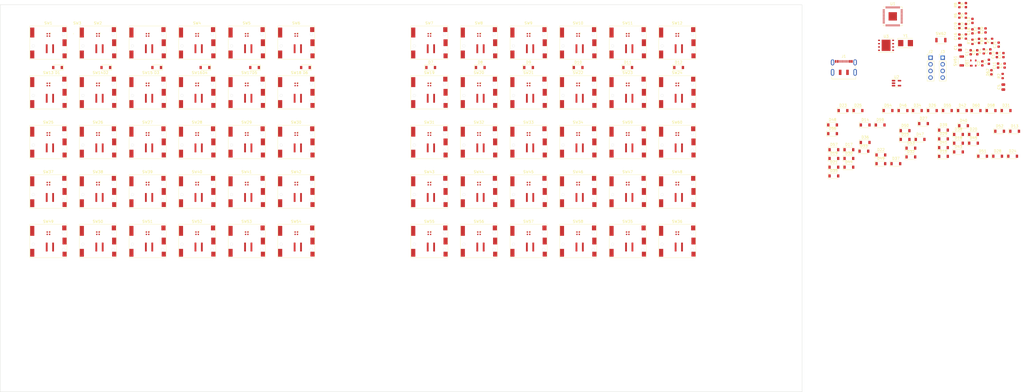
<source format=kicad_pcb>
(kicad_pcb (version 20211014) (generator pcbnew)
  (layers (0 "F.Cu" signal) (31 "B.Cu" signal) (34 "B.Paste" user) (35 "F.Paste" user) (36 "B.SilkS" user "B.Silkscreen") (37 "F.SilkS" user "F.Silkscreen") (38 "B.Mask" user) (39 "F.Mask" user) (44 "Edge.Cuts" user))
  (net 0 "")
  (net 31 "ROW0")
  (net 32 "Net-(SW1-Pad6)")
  (net 33 "GND")
  (net 34 "+3.3V")
  (net 35 "COL0")
  (net 36 "Net-(D2-Pad2)")
  (net 37 "Net-(D3-Pad2)")
  (net 38 "Net-(D4-Pad2)")
  (net 39 "Net-(D5-Pad2)")
  (net 40 "Net-(D6-Pad2)")
  (net 41 "Net-(D7-Pad2)")
  (net 42 "Net-(D8-Pad2)")
  (net 43 "Net-(D9-Pad2)")
  (net 44 "Net-(D10-Pad2)")
  (net 45 "Net-(D11-Pad2)")
  (net 46 "Net-(D12-Pad2)")
  (net 47 "ROW1")
  (net 48 "Net-(D13-Pad2)")
  (net 49 "Net-(D14-Pad2)")
  (net 50 "Net-(D15-Pad2)")
  (net 51 "Net-(D16-Pad2)")
  (net 52 "Net-(D17-Pad2)")
  (net 53 "Net-(D18-Pad2)")
  (net 54 "Net-(D19-Pad2)")
  (net 55 "Net-(D20-Pad2)")
  (net 56 "Net-(D21-Pad2)")
  (net 57 "Net-(D22-Pad2)")
  (net 58 "Net-(D23-Pad2)")
  (net 59 "Net-(D24-Pad2)")
  (net 60 "ROW2")
  (net 61 "Net-(D25-Pad2)")
  (net 62 "Net-(D26-Pad2)")
  (net 63 "Net-(D27-Pad2)")
  (net 64 "Net-(D28-Pad2)")
  (net 65 "Net-(D29-Pad2)")
  (net 66 "Net-(D30-Pad2)")
  (net 67 "Net-(D31-Pad2)")
  (net 68 "Net-(D32-Pad2)")
  (net 69 "Net-(D33-Pad2)")
  (net 70 "Net-(D34-Pad2)")
  (net 71 "Net-(D35-Pad2)")
  (net 72 "Net-(D36-Pad2)")
  (net 73 "ROW3")
  (net 74 "Net-(D37-Pad2)")
  (net 75 "Net-(D38-Pad2)")
  (net 76 "Net-(D39-Pad2)")
  (net 77 "Net-(D40-Pad2)")
  (net 78 "Net-(D41-Pad2)")
  (net 79 "Net-(D42-Pad2)")
  (net 80 "Net-(D43-Pad2)")
  (net 81 "Net-(D44-Pad2)")
  (net 82 "Net-(D45-Pad2)")
  (net 83 "Net-(D46-Pad2)")
  (net 84 "Net-(D47-Pad2)")
  (net 85 "Net-(D48-Pad2)")
  (net 86 "ROW4")
  (net 87 "Net-(D49-Pad2)")
  (net 88 "Net-(D50-Pad2)")
  (net 89 "Net-(D51-Pad2)")
  (net 90 "Net-(D52-Pad2)")
  (net 91 "Net-(D53-Pad2)")
  (net 92 "Net-(D54-Pad2)")
  (net 93 "Net-(D55-Pad2)")
  (net 94 "Net-(D56-Pad2)")
  (net 95 "Net-(D57-Pad2)")
  (net 96 "Net-(D58-Pad2)")
  (net 97 "Net-(D59-Pad2)")
  (net 98 "Net-(D60-Pad2)")
  (net 99 "LED")
  (net 100 "Net-(SW1-Pad4)")
  (net 101 "Net-(SW2-Pad4)")
  (net 102 "COL1")
  (net 103 "Net-(SW3-Pad4)")
  (net 104 "COL2")
  (net 105 "Net-(SW4-Pad4)")
  (net 106 "COL3")
  (net 107 "Net-(SW5-Pad4)")
  (net 108 "COL4")
  (net 109 "Net-(SW6-Pad4)")
  (net 110 "COL5")
  (net 111 "Net-(SW7-Pad4)")
  (net 112 "COL6")
  (net 113 "Net-(SW8-Pad4)")
  (net 114 "COL7")
  (net 115 "Net-(SW10-Pad2)")
  (net 116 "COL8")
  (net 117 "Net-(SW10-Pad4)")
  (net 118 "COL9")
  (net 119 "Net-(SW11-Pad4)")
  (net 120 "COL10")
  (net 121 "Net-(SW12-Pad4)")
  (net 122 "COL11")
  (net 123 "Net-(SW13-Pad4)")
  (net 124 "Net-(SW14-Pad4)")
  (net 125 "Net-(SW15-Pad4)")
  (net 126 "Net-(SW16-Pad4)")
  (net 127 "Net-(SW17-Pad4)")
  (net 128 "Net-(SW18-Pad4)")
  (net 129 "Net-(SW19-Pad4)")
  (net 130 "Net-(SW20-Pad4)")
  (net 131 "Net-(SW21-Pad4)")
  (net 132 "Net-(SW22-Pad4)")
  (net 133 "Net-(SW23-Pad4)")
  (net 134 "Net-(SW25-Pad2)")
  (net 135 "Net-(SW25-Pad4)")
  (net 136 "Net-(SW26-Pad4)")
  (net 137 "Net-(SW27-Pad4)")
  (net 138 "Net-(SW28-Pad4)")
  (net 139 "Net-(SW29-Pad4)")
  (net 140 "Net-(SW30-Pad4)")
  (net 141 "Net-(SW31-Pad4)")
  (net 142 "Net-(SW32-Pad4)")
  (net 143 "Net-(SW33-Pad4)")
  (net 144 "Net-(SW34-Pad4)")
  (net 145 "Net-(SW35-Pad4)")
  (net 146 "Net-(SW37-Pad2)")
  (net 147 "Net-(SW37-Pad4)")
  (net 148 "Net-(SW38-Pad4)")
  (net 149 "Net-(SW39-Pad4)")
  (net 150 "Net-(SW40-Pad4)")
  (net 151 "Net-(SW41-Pad4)")
  (net 152 "Net-(SW42-Pad4)")
  (net 153 "Net-(SW43-Pad4)")
  (net 154 "Net-(SW44-Pad4)")
  (net 155 "Net-(SW45-Pad4)")
  (net 156 "Net-(SW46-Pad4)")
  (net 157 "Net-(SW47-Pad4)")
  (net 158 "Net-(SW48-Pad4)")
  (net 159 "Net-(SW49-Pad4)")
  (net 160 "Net-(SW50-Pad4)")
  (net 161 "Net-(SW51-Pad4)")
  (net 162 "Net-(SW52-Pad4)")
  (net 163 "Net-(SW53-Pad4)")
  (net 164 "Net-(SW54-Pad4)")
  (net 165 "Net-(SW55-Pad4)")
  (net 166 "Net-(SW56-Pad4)")
  (net 167 "Net-(SW57-Pad4)")
  (net 168 "Net-(SW58-Pad4)")
  (net 169 "Net-(SW59-Pad4)")
  (net 171 "+5V")
  (net 172 "VBUS")
  (net 173 "Net-(U1-Pad20)")
  (net 174 "Net-(R1-Pad1)")
  (net 175 "+1V1")
  (net 176 "D+")
  (net 177 "D-")
  (net 178 "Net-(D62-Pad1)")
  (net 179 "Net-(J1-PadA5)")
  (net 180 "Net-(J1-PadB5)")
  (net 181 "SDA")
  (net 182 "SCL")
  (net 183 "Net-(U1-Pad24)")
  (net 184 "Net-(U1-Pad25)")
  (net 185 "Net-(R1-Pad2)")
  (net 186 "Net-(R2-Pad2)")
  (net 187 "Net-(R3-Pad1)")
  (net 188 "/QSPI_SS")
  (net 189 "/USBBOOT")
  (net 190 "/nRESET")
  (net 191 "Net-(U1-Pad51)")
  (net 192 "Net-(U1-Pad52)")
  (net 193 "Net-(U3-Pad5)")
  (net 194 "Net-(U3-Pad3)")
  (net 195 "Net-(U3-Pad2)")
  (footprint "Diode_SMD:D_SOD-123" (layer "F.Cu") (at 132.5 39.5 180)
    (fp_text reference "D6")
    (fp_text value "1N4148W")
  )
  (footprint "Capacitor_SMD:C_0603_1608Metric" (layer "F.Cu") (at 393.12 25.29 90)
    (fp_text reference "C20")
    (fp_text value "1uF")
  )
  (footprint "mask:Cherry_MX_ULP_SK6812_1515" (layer "F.Cu") (at 110 106)
    (fp_text reference "SW53")
    (fp_text value "Cherry_MX_ULP_SK6812_1515")
    (fp_circle (center -5.8 1.2) (end -5.275 1.2) (layer "Edge.Cuts") (width 0.05) (fill none))
    (fp_circle (center 5.8 -3.26) (end 6.4 -3.26) (layer "Edge.Cuts") (width 0.05) (fill none))
    (fp_circle (center 5.8 3.26) (end 6.4 3.26) (layer "Edge.Cuts") (width 0.05) (fill none))
  )
  (footprint "mask:Cherry_MX_ULP_SK6812_1515" (layer "F.Cu") (at 180 87)
    (fp_text reference "SW43")
    (fp_text value "Cherry_MX_ULP_SK6812_1515")
    (fp_circle (center 5.8 3.26) (end 6.4 3.26) (layer "Edge.Cuts") (width 0.05) (fill none))
    (fp_circle (center -5.8 1.2) (end -5.275 1.2) (layer "Edge.Cuts") (width 0.05) (fill none))
    (fp_circle (center 5.8 -3.26) (end 6.4 -3.26) (layer "Edge.Cuts") (width 0.05) (fill none))
  )
  (footprint "mask:Cherry_MX_ULP_SK6812_1515" (layer "F.Cu") (at 199 87)
    (fp_text reference "SW44")
    (fp_text value "Cherry_MX_ULP_SK6812_1515")
    (fp_circle (center -5.8 1.2) (end -5.275 1.2) (layer "Edge.Cuts") (width 0.05) (fill none))
    (fp_circle (center 5.8 3.26) (end 6.4 3.26) (layer "Edge.Cuts") (width 0.05) (fill none))
    (fp_circle (center 5.8 -3.26) (end 6.4 -3.26) (layer "Edge.Cuts") (width 0.05) (fill none))
  )
  (footprint "Resistor_SMD:R_0603_1608Metric" (layer "F.Cu") (at 383.08 15.59 90)
    (fp_text reference "R8")
    (fp_text value "10k")
  )
  (footprint "mask:Cherry_MX_ULP_SK6812_1515" (layer "F.Cu") (at 34 106)
    (fp_text reference "SW49")
    (fp_text value "Cherry_MX_ULP_SK6812_1515")
    (fp_circle (center 5.8 -3.26) (end 6.4 -3.26) (layer "Edge.Cuts") (width 0.05) (fill none))
    (fp_circle (center -5.8 1.2) (end -5.275 1.2) (layer "Edge.Cuts") (width 0.05) (fill none))
    (fp_circle (center 5.8 3.26) (end 6.4 3.26) (layer "Edge.Cuts") (width 0.05) (fill none))
  )
  (footprint "Resistor_SMD:R_0603_1608Metric" (layer "F.Cu") (at 399.68 42.77 90)
    (fp_text reference "R2")
    (fp_text value "27")
  )
  (footprint "mask:Cherry_MX_ULP_SK6812_1515" (layer "F.Cu") (at 72 106)
    (fp_text reference "SW51")
    (fp_text value "Cherry_MX_ULP_SK6812_1515")
    (fp_circle (center 5.8 -3.26) (end 6.4 -3.26) (layer "Edge.Cuts") (width 0.05) (fill none))
    (fp_circle (center 5.8 3.26) (end 6.4 3.26) (layer "Edge.Cuts") (width 0.05) (fill none))
    (fp_circle (center -5.8 1.2) (end -5.275 1.2) (layer "Edge.Cuts") (width 0.05) (fill none))
  )
  (footprint "Diode_SMD:D_SOD-123" (layer "F.Cu") (at 338.5 56)
    (fp_text reference "D23")
    (fp_text value "1N4148W")
  )
  (footprint "Package_TO_SOT_SMD:SOT-143" (layer "F.Cu") (at 388.4 37.8 90)
    (fp_text reference "D61")
    (fp_text value "PRTR5V0U2X")
  )
  (footprint "Capacitor_SMD:C_0603_1608Metric" (layer "F.Cu") (at 397.47 34.75 90)
    (fp_text reference "C15")
    (fp_text value "100nF")
  )
  (footprint "mask:Cherry_MX_ULP_SK6812_1515" (layer "F.Cu") (at 180 68)
    (fp_text reference "SW31")
    (fp_text value "Cherry_MX_ULP_SK6812_1515")
    (fp_circle (center 5.8 3.26) (end 6.4 3.26) (layer "Edge.Cuts") (width 0.05) (fill none))
    (fp_circle (center -5.8 1.2) (end -5.275 1.2) (layer "Edge.Cuts") (width 0.05) (fill none))
    (fp_circle (center 5.8 -3.26) (end 6.4 -3.26) (layer "Edge.Cuts") (width 0.05) (fill none))
  )
  (footprint "Diode_SMD:D_SOD-123" (layer "F.Cu") (at 384.69 61.8)
    (fp_text reference "D40")
    (fp_text value "1N4148W")
  )
  (footprint "Diode_SMD:D_SOD-123" (layer "F.Cu") (at 237 39.5)
    (fp_text reference "D10")
    (fp_text value "1N4148W")
  )
  (footprint "mask:Cherry_MX_ULP_SK6812_1515" (layer "F.Cu") (at 34 68)
    (fp_text reference "SW25")
    (fp_text value "Cherry_MX_ULP_SK6812_1515")
    (fp_circle (center 5.8 -3.26) (end 6.4 -3.26) (layer "Edge.Cuts") (width 0.05) (fill none))
    (fp_circle (center -5.8 1.2) (end -5.275 1.2) (layer "Edge.Cuts") (width 0.05) (fill none))
    (fp_circle (center 5.8 3.26) (end 6.4 3.26) (layer "Edge.Cuts") (width 0.05) (fill none))
  )
  (footprint "Capacitor_SMD:C_0603_1608Metric" (layer "F.Cu") (at 398.14 30.74 90)
    (fp_text reference "C21")
    (fp_text value "1uF")
  )
  (footprint "mask:Cherry_MX_ULP_SK6812_1515" (layer "F.Cu") (at 91 106)
    (fp_text reference "SW52")
    (fp_text value "Cherry_MX_ULP_SK6812_1515")
    (fp_circle (center -5.8 1.2) (end -5.275 1.2) (layer "Edge.Cuts") (width 0.05) (fill none))
    (fp_circle (center 5.8 3.26) (end 6.4 3.26) (layer "Edge.Cuts") (width 0.05) (fill none))
    (fp_circle (center 5.8 -3.26) (end 6.4 -3.26) (layer "Edge.Cuts") (width 0.05) (fill none))
  )
  (footprint "mask:Cherry_MX_ULP_SK6812_1515" (layer "F.Cu") (at 199 30)
    (fp_text reference "SW8")
    (fp_text value "Cherry_MX_ULP_SK6812_1515")
    (fp_circle (center -5.8 1.2) (end -5.275 1.2) (layer "Edge.Cuts") (width 0.05) (fill none))
    (fp_circle (center 5.8 3.26) (end 6.4 3.26) (layer "Edge.Cuts") (width 0.05) (fill none))
    (fp_circle (center 5.8 -3.26) (end 6.4 -3.26) (layer "Edge.Cuts") (width 0.05) (fill none))
  )
  (footprint "Diode_SMD:D_SOD-123" (layer "F.Cu") (at 403.5 73.5)
    (fp_text reference "D24")
    (fp_text value "1N4148W")
  )
  (footprint "Diode_SMD:D_SOD-123" (layer "F.Cu") (at 372.75 56)
    (fp_text reference "D26")
    (fp_text value "1N4148W")
  )
  (footprint "mask:Cherry_MX_ULP_SK6812_1515" (layer "F.Cu") (at 129 106)
    (fp_text reference "SW54")
    (fp_text value "Cherry_MX_ULP_SK6812_1515")
    (fp_circle (center 5.8 -3.26) (end 6.4 -3.26) (layer "Edge.Cuts") (width 0.05) (fill none))
    (fp_circle (center -5.8 1.2) (end -5.275 1.2) (layer "Edge.Cuts") (width 0.05) (fill none))
    (fp_circle (center 5.8 3.26) (end 6.4 3.26) (layer "Edge.Cuts") (width 0.05) (fill none))
  )
  (footprint "Diode_SMD:D_SOD-123" (layer "F.Cu") (at 388.5 68.5)
    (fp_text reference "D45")
    (fp_text value "1N4148W")
  )
  (footprint "mask:Cherry_MX_ULP_SK6812_1515" (layer "F.Cu") (at 91 68)
    (fp_text reference "SW28")
    (fp_text value "Cherry_MX_ULP_SK6812_1515")
    (fp_circle (center 5.8 -3.26) (end 6.4 -3.26) (layer "Edge.Cuts") (width 0.05) (fill none))
    (fp_circle (center 5.8 3.26) (end 6.4 3.26) (layer "Edge.Cuts") (width 0.05) (fill none))
    (fp_circle (center -5.8 1.2) (end -5.275 1.2) (layer "Edge.Cuts") (width 0.05) (fill none))
  )
  (footprint "mask:Cherry_MX_ULP_SK6812_1515" (layer "F.Cu") (at 53 30)
    (fp_text reference "SW2")
    (fp_text value "Cherry_MX_ULP_SK6812_1515")
    (fp_circle (center 5.8 3.26) (end 6.4 3.26) (layer "Edge.Cuts") (width 0.05) (fill none))
    (fp_circle (center -5.8 1.2) (end -5.275 1.2) (layer "Edge.Cuts") (width 0.05) (fill none))
    (fp_circle (center 5.8 -3.26) (end 6.4 -3.26) (layer "Edge.Cuts") (width 0.05) (fill none))
  )
  (footprint "Button_Switch_SMD:SW_SPST_B3U-1000P" (layer "F.Cu") (at 384 37 90)
    (fp_text reference "SW61")
    (fp_text value "SW_Push")
  )
  (footprint "Diode_SMD:D_SOD-123" (layer "F.Cu") (at 344.25 56)
    (fp_text reference "D25")
    (fp_text value "1N4148W")
  )
  (footprint "mask:Cherry_MX_ULP_SK6812_1515" (layer "F.Cu") (at 275 68)
    (fp_text reference "SW60")
    (fp_text value "Cherry_MX_ULP_SK6812_1515")
    (fp_circle (center 5.8 3.26) (end 6.4 3.26) (layer "Edge.Cuts") (width 0.05) (fill none))
    (fp_circle (center 5.8 -3.26) (end 6.4 -3.26) (layer "Edge.Cuts") (width 0.05) (fill none))
    (fp_circle (center -5.8 1.2) (end -5.275 1.2) (layer "Edge.Cuts") (width 0.05) (fill none))
  )
  (footprint "Capacitor_SMD:C_0603_1608Metric" (layer "F.Cu") (at 390.61 25.29 90)
    (fp_text reference "C12")
    (fp_text value "100nF")
  )
  (footprint "Diode_SMD:D_SOD-123" (layer "F.Cu") (at 398.52 63.93)
    (fp_text reference "D52")
    (fp_text value "1N4148W")
  )
  (footprint "mask:Cherry_MX_ULP_SK6812_1515" (layer "F.Cu") (at 110 68)
    (fp_text reference "SW29")
    (fp_text value "Cherry_MX_ULP_SK6812_1515")
    (fp_circle (center 5.8 -3.26) (end 6.4 -3.26) (layer "Edge.Cuts") (width 0.05) (fill none))
    (fp_circle (center 5.8 3.26) (end 6.4 3.26) (layer "Edge.Cuts") (width 0.05) (fill none))
    (fp_circle (center -5.8 1.2) (end -5.275 1.2) (layer "Edge.Cuts") (width 0.05) (fill none))
  )
  (footprint "mask:Cherry_MX_ULP_SK6812_1515" (layer "F.Cu") (at 129 49)
    (fp_text reference "SW18")
    (fp_text value "Cherry_MX_ULP_SK6812_1515")
    (fp_circle (center 5.8 -3.26) (end 6.4 -3.26) (layer "Edge.Cuts") (width 0.05) (fill none))
    (fp_circle (center -5.8 1.2) (end -5.275 1.2) (layer "Edge.Cuts") (width 0.05) (fill none))
    (fp_circle (center 5.8 3.26) (end 6.4 3.26) (layer "Edge.Cuts") (width 0.05) (fill none))
  )
  (footprint "Capacitor_SMD:C_0805_2012Metric" (layer "F.Cu") (at 383.33 31.85 90)
    (fp_text reference "C1")
    (fp_text value "10uF")
  )
  (footprint "Capacitor_SMD:C_0603_1608Metric" (layer "F.Cu") (at 388.1 25.65 90)
    (fp_text reference "C18")
    (fp_text value "100nF")
  )
  (footprint "Diode_SMD:D_SOD-123" (layer "F.Cu") (at 404.27 63.93)
    (fp_text reference "D13")
    (fp_text value "1N4148W")
  )
  (footprint "Diode_SMD:D_SOD-123" (layer "F.Cu") (at 358.75 76.35)
    (fp_text reference "D37")
    (fp_text value "1N4148W")
  )
  (footprint "Resistor_SMD:R_0603_1608Metric" (layer "F.Cu") (at 392.45 33.31 90)
    (fp_text reference "R4")
    (fp_text value "5.1k")
  )
  (footprint "mask:Cherry_MX_ULP_SK6812_1515" (layer "F.Cu") (at 91 87)
    (fp_text reference "SW40")
    (fp_text value "Cherry_MX_ULP_SK6812_1515")
    (fp_circle (center 5.8 -3.26) (end 6.4 -3.26) (layer "Edge.Cuts") (width 0.05) (fill none))
    (fp_circle (center -5.8 1.2) (end -5.275 1.2) (layer "Edge.Cuts") (width 0.05) (fill none))
    (fp_circle (center 5.8 3.26) (end 6.4 3.26) (layer "Edge.Cuts") (width 0.05) (fill none))
  )
  (footprint "mask:Cherry_MX_ULP_SK6812_1515" (layer "F.Cu") (at 275 106)
    (fp_text reference "SW36")
    (fp_text value "Cherry_MX_ULP_SK6812_1515")
    (fp_circle (center -5.8 1.2) (end -5.275 1.2) (layer "Edge.Cuts") (width 0.05) (fill none))
    (fp_circle (center 5.8 3.26) (end 6.4 3.26) (layer "Edge.Cuts") (width 0.05) (fill none))
    (fp_circle (center 5.8 -3.26) (end 6.4 -3.26) (layer "Edge.Cuts") (width 0.05) (fill none))
  )
  (footprint "Capacitor_SMD:C_0603_1608Metric" (layer "F.Cu") (at 391.88 37.92 90)
    (fp_text reference "C2")
    (fp_text value "10nF")
  )
  (footprint "mask:Cherry_MX_ULP_SK6812_1515" (layer "F.Cu") (at 275 87)
    (fp_text reference "SW48")
    (fp_text value "Cherry_MX_ULP_SK6812_1515")
    (fp_circle (center 5.8 3.26) (end 6.4 3.26) (layer "Edge.Cuts") (width 0.05) (fill none))
    (fp_circle (center 5.8 -3.26) (end 6.4 -3.26) (layer "Edge.Cuts") (width 0.05) (fill none))
    (fp_circle (center -5.8 1.2) (end -5.275 1.2) (layer "Edge.Cuts") (width 0.05) (fill none))
  )
  (footprint "LED_SMD:LED_0603_1608Metric" (layer "F.Cu") (at 395.37 41.33 90)
    (fp_text reference "D62")
    (fp_text value "LED")
  )
  (footprint "mask:Cherry_MX_ULP_SK6812_1515" (layer "F.Cu") (at 199 68)
    (fp_text reference "SW32")
    (fp_text value "Cherry_MX_ULP_SK6812_1515")
    (fp_circle (center -5.8 1.2) (end -5.275 1.2) (layer "Edge.Cuts") (width 0.05) (fill none))
    (fp_circle (center 5.8 3.26) (end 6.4 3.26) (layer "Edge.Cuts") (width 0.05) (fill none))
    (fp_circle (center 5.8 -3.26) (end 6.4 -3.26) (layer "Edge.Cuts") (width 0.05) (fill none))
  )
  (footprint "Resistor_SMD:R_0603_1608Metric" (layer "F.Cu") (at 385.59 19.6 90)
    (fp_text reference "R5")
    (fp_text value "5.1k")
  )
  (footprint "Crystal:Crystal_SMD_5032-2Pin_5.0x3.2mm" (layer "F.Cu") (at 362.47 30.15)
    (fp_text reference "Y1")
    (fp_text value "445C25D12M00000")
  )
  (footprint "Package_SON:WSON-8-1EP_6x5mm_P1.27mm_EP3.4x4.3mm" (layer "F.Cu") (at 355 31)
    (fp_text reference "U3")
    (fp_text value "W25Q128JVPIQ")
  )
  (footprint "Diode_SMD:D_SOD-123" (layer "F.Cu") (at 335 74.35)
    (fp_text reference "D19")
    (fp_text value "1N4148W")
  )
  (footprint "Diode_SMD:D_SOD-123" (layer "F.Cu") (at 340.75 77.7)
    (fp_text reference "D44")
    (fp_text value "1N4148W")
  )
  (footprint "mask:Cherry_MX_ULP_SK6812_1515" (layer "F.Cu") (at 129 87)
    (fp_text reference "SW42")
    (fp_text value "Cherry_MX_ULP_SK6812_1515")
    (fp_circle (center 5.8 3.26) (end 6.4 3.26) (layer "Edge.Cuts") (width 0.05) (fill none))
    (fp_circle (center -5.8 1.2) (end -5.275 1.2) (layer "Edge.Cuts") (width 0.05) (fill none))
    (fp_circle (center 5.8 -3.26) (end 6.4 -3.26) (layer "Edge.Cuts") (width 0.05) (fill none))
  )
  (footprint "Diode_SMD:D_SOD-123" (layer "F.Cu") (at 334.5 64.85)
    (fp_text reference "D56")
    (fp_text value "1N4148W")
  )
  (footprint "Connector_PinHeader_2.54mm:PinHeader_1x04_P2.54mm_Vertical" (layer "F.Cu") (at 376.6925 35.74)
    (fp_text reference "J3")
    (fp_text value "Conn_01x04")
  )
  (footprint "mask:Cherry_MX_ULP_SK6812_1515" (layer "F.Cu") (at 72 87)
    (fp_text reference "SW39")
    (fp_text value "Cherry_MX_ULP_SK6812_1515")
    (fp_circle (center 5.8 -3.26) (end 6.4 -3.26) (layer "Edge.Cuts") (width 0.05) (fill none))
    (fp_circle (center -5.8 1.2) (end -5.275 1.2) (layer "Edge.Cuts") (width 0.05) (fill none))
    (fp_circle (center 5.8 3.26) (end 6.4 3.26) (layer "Edge.Cuts") (width 0.05) (fill none))
  )
  (footprint "Diode_SMD:D_SOD-123" (layer "F.Cu") (at 368.04 67.06)
    (fp_text reference "D47")
    (fp_text value "1N4148W")
  )
  (footprint "Diode_SMD:D_SOD-123" (layer "F.Cu") (at 384.25 56)
    (fp_text reference "D42")
    (fp_text value "1N4148W")
  )
  (footprint "mask:Cherry_MX_ULP_SK6812_1515" (layer "F.Cu") (at 256 87)
    (fp_text reference "SW47")
    (fp_text value "Cherry_MX_ULP_SK6812_1515")
    (fp_circle (center 5.8 3.26) (end 6.4 3.26) (layer "Edge.Cuts") (width 0.05) (fill none))
    (fp_circle (center -5.8 1.2) (end -5.275 1.2) (layer "Edge.Cuts") (width 0.05) (fill none))
    (fp_circle (center 5.8 -3.26) (end 6.4 -3.26) (layer "Edge.Cuts") (width 0.05) (fill none))
  )
  (footprint "mask:Cherry_MX_ULP_SK6812_1515" (layer "F.Cu") (at 218 68)
    (fp_text reference "SW33")
    (fp_text value "Cherry_MX_ULP_SK6812_1515")
    (fp_circle (center 5.8 -3.26) (end 6.4 -3.26) (layer "Edge.Cuts") (width 0.05) (fill none))
    (fp_circle (center 5.8 3.26) (end 6.4 3.26) (layer "Edge.Cuts") (width 0.05) (fill none))
    (fp_circle (center -5.8 1.2) (end -5.275 1.2) (layer "Edge.Cuts") (width 0.05) (fill none))
  )
  (footprint "Diode_SMD:D_SOD-123" (layer "F.Cu") (at 113 39.5 180)
    (fp_text reference "D5")
    (fp_text value "1N4148W")
  )
  (footprint "Diode_SMD:D_SOD-123" (layer "F.Cu") (at 382.75 71.85)
    (fp_text reference "D43")
    (fp_text value "1N4148W")
  )
  (footprint "Package_DFN_QFN:QFN-56-1EP_7x7mm_P0.4mm_EP3.2x3.2mm" (layer "F.Cu") (at 357.5625 19.9)
    (fp_text reference "U1")
    (fp_text value "RP2040")
  )
  (footprint "Diode_SMD:D_SOD-123" (layer "F.Cu") (at 388.5 65.15)
    (fp_text reference "D20")
    (fp_text value "1N4148W")
  )
  (footprint "Diode_SMD:D_SOD-123" (layer "F.Cu") (at 377 73.55)
    (fp_text reference "D16")
    (fp_text value "1N4148W")
  )
  (footprint "Resistor_SMD:R_0603_1608Metric" (layer "F.Cu") (at 383.08 19.6 90)
    (fp_text reference "R6")
    (fp_text value "10k")
  )
  (footprint "mask:Cherry_MX_ULP_SK6812_1515" (layer "F.Cu") (at 129 68)
    (fp_text reference "SW30")
    (fp_text value "Cherry_MX_ULP_SK6812_1515")
    (fp_circle (center -5.8 1.2) (end -5.275 1.2) (layer "Edge.Cuts") (width 0.05) (fill none))
    (fp_circle (center 5.8 -3.26) (end 6.4 -3.26) (layer "Edge.Cuts") (width 0.05) (fill none))
    (fp_circle (center 5.8 3.26) (end 6.4 3.26) (layer "Edge.Cuts") (width 0.05) (fill none))
  )
  (footprint "Package_TO_SOT_SMD:SOT-23-5" (layer "F.Cu") (at 359 45.5)
    (fp_text reference "U2")
    (fp_text value "AP2112K-3.3")
  )
  (footprint "mask:Cherry_MX_ULP_SK6812_1515" (layer "F.Cu") (at 256 30)
    (fp_text reference "SW11")
    (fp_text value "Cherry_MX_ULP_SK6812_1515")
    (fp_circle (center -5.8 1.2) (end -5.275 1.2) (layer "Edge.Cuts") (width 0.05) (fill none))
    (fp_circle (center 5.8 3.26) (end 6.4 3.26) (layer "Edge.Cuts") (width 0.05) (fill none))
    (fp_circle (center 5.8 -3.26) (end 6.4 -3.26) (layer "Edge.Cuts") (width 0.05) (fill none))
  )
  (footprint "Diode_SMD:D_SOD-123" (layer "F.Cu") (at 378.5 56)
    (fp_text reference "D55")
    (fp_text value "1N4148W")
  )
  (footprint "Diode_SMD:D_SOD-123" (layer "F.Cu") (at 377 63.5)
    (fp_text reference "D39")
    (fp_text value "1N4148W")
  )
  (footprint "Diode_SMD:D_SOD-123" (layer "F.Cu") (at 392 73.5)
    (fp_text reference "D51")
    (fp_text value "1N4148W")
  )
  (footprint "Capacitor_SMD:C_0603_1608Metric" (layer "F.Cu") (at 389.94 33.67 90)
    (fp_text reference "C6")
    (fp_text value "100nF")
  )
  (footprint "Diode_SMD:D_SOD-123" (layer "F.Cu") (at 389.5 56)
    (fp_text reference "D60")
    (fp_text value "1N4148W")
  )
  (footprint "mask:Cherry_MX_ULP_SK6812_1515" (layer "F.Cu") (at 110 87)
    (fp_text reference "SW41")
    (fp_text value "Cherry_MX_ULP_SK6812_1515")
    (fp_circle (center 5.8 3.26) (end 6.4 3.26) (layer "Edge.Cuts") (width 0.05) (fill none))
    (fp_circle (center 5.8 -3.26) (end 6.4 -3.26) (layer "Edge.Cuts") (width 0.05) (fill none))
    (fp_circle (center -5.8 1.2) (end -5.275 1.2) (layer "Edge.Cuts") (width 0.05) (fill none))
  )
  (footprint "mask:Cherry_MX_ULP_SK6812_1515" (layer "F.Cu") (at 237 106)
    (fp_text reference "SW58")
    (fp_text value "Cherry_MX_ULP_SK6812_1515")
    (fp_circle (center -5.8 1.2) (end -5.275 1.2) (layer "Edge.Cuts") (width 0.05) (fill none))
    (fp_circle (center 5.8 -3.26) (end 6.4 -3.26) (layer "Edge.Cuts") (width 0.05) (fill none))
    (fp_circle (center 5.8 3.26) (end 6.4 3.26) (layer "Edge.Cuts") (width 0.05) (fill none))
  )
  (footprint "mask:Cherry_MX_ULP_SK6812_1515" (layer "F.Cu") (at 180 106)
    (fp_text reference "SW55")
    (fp_text value "Cherry_MX_ULP_SK6812_1515")
    (fp_circle (center 5.8 3.26) (end 6.4 3.26) (layer "Edge.Cuts") (width 0.05) (fill none))
    (fp_circle (center -5.8 1.2) (end -5.275 1.2) (layer "Edge.Cuts") (width 0.05) (fill none))
    (fp_circle (center 5.8 -3.26) (end 6.4 -3.26) (layer "Edge.Cuts") (width 0.05) (fill none))
  )
  (footprint "Diode_SMD:D_SOD-123" (layer "F.Cu") (at 369.35 61)
    (fp_text reference "D27")
    (fp_text value "1N4148W")
  )
  (footprint "Capacitor_SMD:C_0603_1608Metric" (layer "F.Cu") (at 399.98 34.75 90)
    (fp_text reference "C14")
    (fp_text value "100nF")
  )
  (footprint "mask:Cherry_MX_ULP_SK6812_1515" (layer "F.Cu") (at 53 106)
    (fp_text reference "SW50")
    (fp_text value "Cherry_MX_ULP_SK6812_1515")
    (fp_circle (center 5.8 -3.26) (end 6.4 -3.26) (layer "Edge.Cuts") (width 0.05) (fill none))
    (fp_circle (center 5.8 3.26) (end 6.4 3.26) (layer "Edge.Cuts") (width 0.05) (fill none))
    (fp_circle (center -5.8 1.2) (end -5.275 1.2) (layer "Edge.Cuts") (width 0.05) (fill none))
  )
  (footprint "mask:Cherry_MX_ULP_SK6812_1515" (layer "F.Cu") (at 110 30)
    (fp_text reference "SW5")
    (fp_text value "Cherry_MX_ULP_SK6812_1515")
    (fp_circle (center -5.8 1.2) (end -5.275 1.2) (layer "Edge.Cuts") (width 0.05) (fill none))
    (fp_circle (center 5.8 -3.26) (end 6.4 -3.26) (layer "Edge.Cuts") (width 0.05) (fill none))
    (fp_circle (center 5.8 3.26) (end 6.4 3.26) (layer "Edge.Cuts") (width 0.05) (fill none))
  )
  (footprint "Capacitor_SMD:C_0805_2012Metric" (layer "F.Cu") (at 399.93 47 90)
    (fp_text reference "C5")
    (fp_text value "10uF")
  )
  (footprint "Diode_SMD:D_SOD-123" (layer "F.Cu") (at 377 66.85)
    (fp_text reference "D29")
    (fp_text value "1N4148W")
  )
  (footprint "Button_Switch_SMD:SW_SPST_B3U-1000P" (layer "F.Cu") (at 376 29)
    (fp_text reference "SW62")
    (fp_text value "SW_Push")
  )
  (footprint "Capacitor_SMD:C_0603_1608Metric" (layer "F.Cu") (at 394.39 37.32 90)
    (fp_text reference "C7")
    (fp_text value "100nF")
  )
  (footprint "Diode_SMD:D_SOD-123" (layer "F.Cu") (at 346.99 68.22)
    (fp_text reference "D36")
    (fp_text value "1N4148W")
  )
  (footprint "mask:Cherry_MX_ULP_SK6812_1515" (layer "F.Cu") (at 256 68)
    (fp_text reference "SW59")
    (fp_text value "Cherry_MX_ULP_SK6812_1515")
    (fp_circle (center 5.8 3.26) (end 6.4 3.26) (layer "Edge.Cuts") (width 0.05) (fill none))
    (fp_circle (center -5.8 1.2) (end -5.275 1.2) (layer "Edge.Cuts") (width 0.05) (fill none))
    (fp_circle (center 5.8 -3.26) (end 6.4 -3.26) (layer "Edge.Cuts") (width 0.05) (fill none))
  )
  (footprint "mask:Cherry_MX_ULP_SK6812_1515" (layer "F.Cu") (at 218 106)
    (fp_text reference "SW57")
    (fp_text value "Cherry_MX_ULP_SK6812_1515")
    (fp_circle (center -5.8 1.2) (end -5.275 1.2) (layer "Edge.Cuts") (width 0.05) (fill none))
    (fp_circle (center 5.8 -3.26) (end 6.4 -3.26) (layer "Edge.Cuts") (width 0.05) (fill none))
    (fp_circle (center 5.8 3.26) (end 6.4 3.26) (layer "Edge.Cuts") (width 0.05) (fill none))
  )
  (footprint "Resistor_SMD:R_0603_1608Metric" (layer "F.Cu") (at 393.12 29.3 90)
    (fp_text reference "FB1")
    (fp_text value "120R@550mA")
  )
  (footprint "Capacitor_SMD:C_0603_1608Metric" (layer "F.Cu") (at 387.43 33.67 90)
    (fp_text reference "C17")
    (fp_text value "100nF")
  )
  (footprint "mask:Cherry_MX_ULP_SK6812_1515" (layer "F.Cu") (at 218 87)
    (fp_text reference "SW45")
    (fp_text value "Cherry_MX_ULP_SK6812_1515")
    (fp_circle (center 5.8 -3.26) (end 6.4 -3.26) (layer "Edge.Cuts") (width 0.05) (fill none))
    (fp_circle (center 5.8 3.26) (end 6.4 3.26) (layer "Edge.Cuts") (width 0.05) (fill none))
    (fp_circle (center -5.8 1.2) (end -5.275 1.2) (layer "Edge.Cuts") (width 0.05) (fill none))
  )
  (footprint "Diode_SMD:D_SOD-123" (layer "F.Cu") (at 340.75 71)
    (fp_text reference "D17")
    (fp_text value "1N4148W")
  )
  (footprint "mask:Cherry_MX_ULP_SK6812_1515" (layer "F.Cu") (at 256 106)
    (fp_text reference "SW35")
    (fp_text value "Cherry_MX_ULP_SK6812_1515")
    (fp_circle (center 5.8 3.26) (end 6.4 3.26) (layer "Edge.Cuts") (width 0.05) (fill none))
    (fp_circle (center -5.8 1.2) (end -5.275 1.2) (layer "Edge.Cuts") (width 0.05) (fill none))
    (fp_circle (center 5.8 -3.26) (end 6.4 -3.26) (layer "Edge.Cuts") (width 0.05) (fill none))
  )
  (footprint "mask:Cherry_MX_ULP_SK6812_1515" (layer "F.Cu") (at 199 49)
    (fp_text reference "SW20")
    (fp_text value "Cherry_MX_ULP_SK6812_1515")
    (fp_circle (center 5.8 -3.26) (end 6.4 -3.26) (layer "Edge.Cuts") (width 0.05) (fill none))
    (fp_circle (center 5.8 3.26) (end 6.4 3.26) (layer "Edge.Cuts") (width 0.05) (fill none))
    (fp_circle (center -5.8 1.2) (end -5.275 1.2) (layer "Edge.Cuts") (width 0.05) (fill none))
  )
  (footprint "mask:Cherry_MX_ULP_SK6812_1515" (layer "F.Cu") (at 275 49)
    (fp_text reference "SW24")
    (fp_text value "Cherry_MX_ULP_SK6812_1515")
    (fp_circle (center 5.8 -3.26) (end 6.4 -3.26) (layer "Edge.Cuts") (width 0.05) (fill none))
    (fp_circle (center 5.8 3.26) (end 6.4 3.26) (layer "Edge.Cuts") (width 0.05) (fill none))
    (fp_circle (center -5.8 1.2) (end -5.275 1.2) (layer "Edge.Cuts") (width 0.05) (fill none))
  )
  (footprint "Capacitor_SMD:C_0603_1608Metric" (layer "F.Cu") (at 385.59 23.61 90)
    (fp_text reference "C10")
    (fp_text value "1uF")
  )
  (footprint "mask:Cherry_MX_ULP_SK6812_1515" (layer "F.Cu") (at 91 30)
    (fp_text reference "SW4")
    (fp_text value "Cherry_MX_ULP_SK6812_1515")
    (fp_circle (center 5.8 -3.26) (end 6.4 -3.26) (layer "Edge.Cuts") (width 0.05) (fill none))
    (fp_circle (center 5.8 3.26) (end 6.4 3.26) (layer "Edge.Cuts") (width 0.05) (fill none))
    (fp_circle (center -5.8 1.2) (end -5.275 1.2) (layer "Edge.Cuts") (width 0.05) (fill none))
  )
  (footprint "Capacitor_SMD:C_0603_1608Metric" (layer "F.Cu") (at 388.1 21.64 90)
    (fp_text reference "C13")
    (fp_text value "100nF")
  )
  (footprint "Diode_SMD:D_SOD-123" (layer "F.Cu") (at 180.5 39.5)
    (fp_text reference "D7")
    (fp_text value "1N4148W")
  )
  (footprint "Diode_SMD:D_SOD-123" (layer "F.Cu") (at 397.75 73.5)
    (fp_text reference "D28")
    (fp_text value "1N4148W")
  )
  (footprint "Diode_SMD:D_SOD-123" (layer "F.Cu") (at 335 77.7)
    (fp_text reference "D21")
    (fp_text value "1N4148W")
  )
  (footprint "Diode_SMD:D_SOD-123" (layer "F.Cu") (at 199.5 39.5)
    (fp_text reference "D8")
    (fp_text value "1N4148W")
  )
  (footprint "Diode_SMD:D_SOD-123" (layer "F.Cu") (at 346.5 71.57)
    (fp_text reference "D33")
    (fp_text value "1N4148W")
  )
  (footprint "Capacitor_SMD:C_0603_1608Metric" (layer "F.Cu") (at 390.61 29.3 90)
    (fp_text reference "C3")
    (fp_text value "10nF")
  )
  (footprint "Diode_SMD:D_SOD-123" (layer "F.Cu") (at 256 39.5)
    (fp_text reference "D11")
    (fp_text value "1N4148W")
  )
  (footprint "Diode_SMD:D_SOD-123" (layer "F.Cu") (at 335 81.05)
    (fp_text reference "D35")
    (fp_text value "1N4148W")
  )
  (footprint "Diode_SMD:D_SOD-123" (layer "F.Cu") (at 218 39.5)
    (fp_text reference "D9")
    (fp_text value "1N4148W")
  )
  (footprint "Diode_SMD:D_SOD-123" (layer "F.Cu") (at 346.99 61.52)
    (fp_text reference "D14")
    (fp_text value "1N4148W")
  )
  (footprint "mask:Cherry_MX_ULP_SK6812_1515" (layer "F.Cu") (at 256 49)
    (fp_text reference "SW23")
    (fp_text value "Cherry_MX_ULP_SK6812_1515")
    (fp_circle (center 5.8 -3.26) (end 6.4 -3.26) (layer "Edge.Cuts") (width 0.05) (fill none))
    (fp_circle (center 5.8 3.26) (end 6.4 3.26) (layer "Edge.Cuts") (width 0.05) (fill none))
    (fp_circle (center -5.8 1.2) (end -5.275 1.2) (layer "Edge.Cuts") (width 0.05) (fill none))
  )
  (footprint "Diode_SMD:D_SOD-123" (layer "F.Cu") (at 361.5 56)
    (fp_text reference "D46")
    (fp_text value "1N4148W")
  )
  (footprint "mask:Cherry_MX_ULP_SK6812_1515" (layer "F.Cu") (at 72 49)
    (fp_text reference "SW15")
    (fp_text value "Cherry_MX_ULP_SK6812_1515")
    (fp_circle (center 5.8 -3.26) (end 6.4 -3.26) (layer "Edge.Cuts") (width 0.05) (fill none))
    (fp_circle (center -5.8 1.2) (end -5.275 1.2) (layer "Edge.Cuts") (width 0.05) (fill none))
    (fp_circle (center 5.8 3.26) (end 6.4 3.26) (layer "Edge.Cuts") (width 0.05) (fill none))
  )
  (footprint "mask:Cherry_MX_ULP_SK6812_1515" (layer "F.Cu") (at 218 49)
    (fp_text reference "SW21")
    (fp_text value "Cherry_MX_ULP_SK6812_1515")
    (fp_circle (center -5.8 1.2) (end -5.275 1.2) (layer "Edge.Cuts") (width 0.05) (fill none))
    (fp_circle (center 5.8 -3.26) (end 6.4 -3.26) (layer "Edge.Cuts") (width 0.05) (fill none))
    (fp_circle (center 5.8 3.26) (end 6.4 3.26) (layer "Edge.Cuts") (width 0.05) (fill none))
  )
  (footprint "mask:Cherry_MX_ULP_SK6812_1515" (layer "F.Cu") (at 91 49)
    (fp_text reference "SW16")
    (fp_text value "Cherry_MX_ULP_SK6812_1515")
    (fp_circle (center 5.8 3.26) (end 6.4 3.26) (layer "Edge.Cuts") (width 0.05) (fill none))
    (fp_circle (center 5.8 -3.26) (end 6.4 -3.26) (layer "Edge.Cuts") (width 0.05) (fill none))
    (fp_circle (center -5.8 1.2) (end -5.275 1.2) (layer "Edge.Cuts") (width 0.05) (fill none))
  )
  (footprint "mask:Cherry_MX_ULP_SK6812_1515" (layer "F.Cu") (at 218 30)
    (fp_text reference "SW9")
    (fp_text value "Cherry_MX_ULP_SK6812_1515")
    (fp_circle (center 5.8 -3.26) (end 6.4 -3.26) (layer "Edge.Cuts") (width 0.05) (fill none))
    (fp_circle (center -5.8 1.2) (end -5.275 1.2) (layer "Edge.Cuts") (width 0.05) (fill none))
    (fp_circle (center 5.8 3.26) (end 6.4 3.26) (layer "Edge.Cuts") (width 0.05) (fill none))
  )
  (footprint "Diode_SMD:D_SOD-123" (layer "F.Cu") (at 340.75 74.35)
    (fp_text reference "D30")
    (fp_text value "1N4148W")
  )
  (footprint "mask:Cherry_MX_ULP_SK6812_1515" (layer "F.Cu") (at 53 87)
    (fp_text reference "SW38")
    (fp_text value "Cherry_MX_ULP_SK6812_1515")
    (fp_circle (center -5.8 1.2) (end -5.275 1.2) (layer "Edge.Cuts") (width 0.05) (fill none))
    (fp_circle (center 5.8 -3.26) (end 6.4 -3.26) (layer "Edge.Cuts") (width 0.05) (fill none))
    (fp_circle (center 5.8 3.26) (end 6.4 3.26) (layer "Edge.Cuts") (width 0.05) (fill none))
  )
  (footprint "Capacitor_SMD:C_0603_1608Metric" (layer "F.Cu") (at 385.59 15.59 90)
    (fp_text reference "C8")
    (fp_text value "22pF")
  )
  (footprint "Diode_SMD:D_SOD-123" (layer "F.Cu") (at 364.5 70.41)
    (fp_text reference "D53")
    (fp_text value "1N4148W")
  )
  (footprint "mask:Cherry_MX_ULP_SK6812_1515" (layer "F.Cu") (at 72 30)
    (fp_text reference "SW3")
    (fp_text value "Cherry_MX_ULP_SK6812_1515")
    (fp_circle (center 5.8 -3.26) (end 6.4 -3.26) (layer "Edge.Cuts") (width 0.05) (fill none))
    (fp_circle (center -5.8 1.2) (end -5.275 1.2) (layer "Edge.Cuts") (width 0.05) (fill none))
    (fp_circle (center 5.8 3.26) (end 6.4 3.26) (layer "Edge.Cuts") (width 0.05) (fill none))
  )
  (footprint "Diode_SMD:D_SOD-123" (layer "F.Cu") (at 334.5 61.5)
    (fp_text reference "D48")
    (fp_text value "1N4148W")
  )
  (footprint "mask:Cherry_MX_ULP_SK6812_1515" (layer "F.Cu") (at 180 30)
    (fp_text reference "SW7")
    (fp_text value "Cherry_MX_ULP_SK6812_1515")
    (fp_circle (center -5.8 1.2) (end -5.275 1.2) (layer "Edge.Cuts") (width 0.05) (fill none))
    (fp_circle (center 5.8 -3.26) (end 6.4 -3.26) (layer "Edge.Cuts") (width 0.05) (fill none))
    (fp_circle (center 5.8 3.26) (end 6.4 3.26) (layer "Edge.Cuts") (width 0.05) (fill none))
  )
  (footprint "Resistor_SMD:R_0603_1608Metric" (layer "F.Cu") (at 385.59 27.62 90)
    (fp_text reference "R3")
    (fp_text value "27")
  )
  (footprint "Diode_SMD:D_SOD-123" (layer "F.Cu") (at 362.29 67.06)
    (fp_text reference "D15")
    (fp_text value "1N4148W")
  )
  (footprint "Diode_SMD:D_SOD-123" (layer "F.Cu") (at 353 76.35)
    (fp_text reference "D49")
    (fp_text value "1N4148W")
  )
  (footprint "mask:Cherry_MX_ULP_SK6812_1515" (layer "F.Cu") (at 275 30)
    (fp_text reference "SW12")
    (fp_text value "Cherry_MX_ULP_SK6812_1515")
    (fp_circle (center 5.8 -3.26) (end 6.4 -3.26) (layer "Edge.Cuts") (width 0.05) (fill none))
    (fp_circle (center 5.8 3.26) (end 6.4 3.26) (layer "Edge.Cuts") (width 0.05) (fill none))
    (fp_circle (center -5.8 1.2) (end -5.275 1.2) (layer "Edge.Cuts") (width 0.05) (fill none))
  )
  (footprint "Diode_SMD:D_SOD-123" (layer "F.Cu") (at 56 39.5 180)
    (fp_text reference "D2")
    (fp_text value "1N4148W")
  )
  (footprint "Diode_SMD:D_SOD-123" (layer "F.Cu") (at 353 73)
    (fp_text reference "D22")
    (fp_text value "1N4148W")
  )
  (footprint "Diode_SMD:D_SOD-123" (layer "F.Cu") (at 367 56)
    (fp_text reference "D34")
    (fp_text value "1N4148W")
  )
  (footprint "mask:Cherry_MX_ULP_SK6812_1515" (layer "F.Cu") (at 237 49)
    (fp_text reference "SW22")
    (fp_text value "Cherry_MX_ULP_SK6812_1515")
    (fp_circle (center 5.8 -3.26) (end 6.4 -3.26) (layer "Edge.Cuts") (width 0.05) (fill none))
    (fp_circle (center -5.8 1.2) (end -5.275 1.2) (layer "Edge.Cuts") (width 0.05) (fill none))
    (fp_circle (center 5.8 3.26) (end 6.4 3.26) (layer "Edge.Cuts") (width 0.05) (fill none))
  )
  (footprint "Capacitor_SMD:C_0603_1608Metric" (layer "F.Cu") (at 400.43 38.76 90)
    (fp_text reference "C4")
    (fp_text value "10pF")
  )
  (footprint "Diode_SMD:D_SOD-123" (layer "F.Cu") (at 352.74 61.52)
    (fp_text reference "D59")
    (fp_text value "1N4148W")
  )
  (footprint "Capacitor_SMD:C_0603_1608Metric" (layer "F.Cu") (at 397.92 38.76 90)
    (fp_text reference "C11")
    (fp_text value "100nF")
  )
  (footprint "mask:Cherry_MX_ULP_SK6812_1515" (layer "F.Cu") (at 237 30)
    (fp_text reference "SW10")
    (fp_text value "Cherry_MX_ULP_SK6812_1515")
    (fp_circle (center 5.8 3.26) (end 6.4 3.26) (layer "Edge.Cuts") (width 0.05) (fill none))
    (fp_circle (center -5.8 1.2) (end -5.275 1.2) (layer "Edge.Cuts") (width 0.05) (fill none))
    (fp_circle (center 5.8 -3.26) (end 6.4 -3.26) (layer "Edge.Cuts") (width 0.05) (fill none))
  )
  (footprint "mask:Cherry_MX_ULP_SK6812_1515" (layer "F.Cu") (at 237 87)
    (fp_text reference "SW46")
    (fp_text value "Cherry_MX_ULP_SK6812_1515")
    (fp_circle (center 5.8 3.26) (end 6.4 3.26) (layer "Edge.Cuts") (width 0.05) (fill none))
    (fp_circle (center -5.8 1.2) (end -5.275 1.2) (layer "Edge.Cuts") (width 0.05) (fill none))
    (fp_circle (center 5.8 -3.26) (end 6.4 -3.26) (layer "Edge.Cuts") (width 0.05) (fill none))
  )
  (footprint "Resistor_SMD:R_0603_1608Metric" (layer "F.Cu") (at 388.1 29.66 90)
    (fp_text reference "R7")
    (fp_text value "1k")
  )
  (footprint "Capacitor_SMD:C_0603_1608Metric" (layer "F.Cu") (at 394.96 33.31 90)
    (fp_text reference "C9")
    (fp_text value "22pF")
  )
  (footprint "Diode_SMD:D_SOD-123" (layer "F.Cu") (at 75.5 39.5 180)
    (fp_text reference "D3")
    (fp_text value "1N4148W")
  )
  (footprint "Diode_SMD:D_SOD-123" (layer "F.Cu") (at 382.75 65.15)
    (fp_text reference "D38")
    (fp_text value "1N4148W")
  )
  (footprint "Diode_SMD:D_SOD-123" (layer "F.Cu") (at 364.5 73.76)
    (fp_text reference "D32")
    (fp_text value "1N4148W")
  )
  (footprint "mask:Cherry_MX_ULP_SK6812_1515" (layer "F.Cu") (at 53 49)
    (fp_text reference "SW14")
    (fp_text value "Cherry_MX_ULP_SK6812_1515")
    (fp_circle (center 5.8 3.26) (end 6.4 3.26) (layer "Edge.Cuts") (width 0.05) (fill none))
    (fp_circle (center 5.8 -3.26) (end 6.4 -3.26) (layer "Edge.Cuts") (width 0.05) (fill none))
    (fp_circle (center -5.8 1.2) (end -5.275 1.2) (layer "Edge.Cuts") (width 0.05) (fill none))
  )
  (footprint "mask:Cherry_MX_ULP_SK6812_1515" (layer "F.Cu") (at 34 30)
    (fp_text reference "SW1")
    (fp_text value "Cherry_MX_ULP_SK6812_1515")
    (fp_circle (center 5.8 3.26) (end 6.4 3.26) (layer "Edge.Cuts") (width 0.05) (fill none))
    (fp_circle (center 5.8 -3.26) (end 6.4 -3.26) (layer "Edge.Cuts") (width 0.05) (fill none))
    (fp_circle (center -5.8 1.2) (end -5.275 1.2) (layer "Edge.Cuts") (width 0.05) (fill none))
  )
  (footprint "Diode_SMD:D_SOD-123" (layer "F.Cu") (at 395.25 56)
    (fp_text reference "D58")
    (fp_text value "1N4148W")
  )
  (footprint "Diode_SMD:D_SOD-123" (layer "F.Cu") (at 401 56)
    (fp_text reference "D31")
    (fp_text value "1N4148W")
  )
  (footprint "mask:Cherry_MX_ULP_SK6812_1515" (layer "F.Cu") (at 34 87)
    (fp_text reference "SW37")
    (fp_text value "Cherry_MX_ULP_SK6812_1515")
    (fp_circle (center 5.8 -3.26) (end 6.4 -3.26) (layer "Edge.Cuts") (width 0.05) (fill none))
    (fp_circle (center -5.8 1.2) (end -5.275 1.2) (layer "Edge.Cuts") (width 0.05) (fill none))
    (fp_circle (center 5.8 3.26) (end 6.4 3.26) (layer "Edge.Cuts") (width 0.05) (fill none))
  )
  (footprint "Diode_SMD:D_SOD-123" (layer "F.Cu") (at 382.75 68.5)
    (fp_text reference "D18")
    (fp_text value "1N4148W")
  )
  (footprint "mask:Cherry_MX_ULP_SK6812_1515" (layer "F.Cu") (at 129 30)
    (fp_text reference "SW6")
    (fp_text value "Cherry_MX_ULP_SK6812_1515")
    (fp_circle (center 5.8 3.26) (end 6.4 3.26) (layer "Edge.Cuts") (width 0.05) (fill none))
    (fp_circle (center -5.8 1.2) (end -5.275 1.2) (layer "Edge.Cuts") (width 0.05) (fill none))
    (fp_circle (center 5.8 -3.26) (end 6.4 -3.26) (layer "Edge.Cuts") (width 0.05) (fill none))
  )
  (footprint "Diode_SMD:D_SOD-123" (layer "F.Cu") (at 355.75 56)
    (fp_text reference "D54")
    (fp_text value "1N4148W")
  )
  (footprint "mask:Cherry_MX_ULP_SK6812_1515" (layer "F.Cu") (at 180 49)
    (fp_text reference "SW19")
    (fp_text value "Cherry_MX_ULP_SK6812_1515")
    (fp_circle (center 5.8 -3.26) (end 6.4 -3.26) (layer "Edge.Cuts") (width 0.05) (fill none))
    (fp_circle (center 5.8 3.26) (end 6.4 3.26) (layer "Edge.Cuts") (width 0.05) (fill none))
    (fp_circle (center -5.8 1.2) (end -5.275 1.2) (layer "Edge.Cuts") (width 0.05) (fill none))
  )
  (footprint "Diode_SMD:D_SOD-123" (layer "F.Cu") (at 94 39.5 180)
    (fp_text reference "D4")
    (fp_text value "1N4148W")
  )
  (footprint "mask:Cherry_MX_ULP_SK6812_1515" (layer "F.Cu") (at 34 49)
    (fp_text reference "SW13")
    (fp_text value "Cherry_MX_ULP_SK6812_1515")
    (fp_circle (center 5.8 -3.26) (end 6.4 -3.26) (layer "Edge.Cuts") (width 0.05) (fill none))
    (fp_circle (center -5.8 1.2) (end -5.275 1.2) (layer "Edge.Cuts") (width 0.05) (fill none))
    (fp_circle (center 5.8 3.26) (end 6.4 3.26) (layer "Edge.Cuts") (width 0.05) (fill none))
  )
  (footprint "Diode_SMD:D_SOD-123" (layer "F.Cu") (at 37.5 39.5 180)
    (fp_text reference "D1")
    (fp_text value "1N4148W")
  )
  (footprint "Connector_PinHeader_2.54mm:PinHeader_1x04_P2.54mm_Vertical" (layer "F.Cu") (at 372.0425 35.74)
    (fp_text reference "J2")
    (fp_text value "Conn_01x04")
  )
  (footprint "Diode_SMD:D_SOD-123" (layer "F.Cu") (at 362.29 63.71)
    (fp_text reference "D50")
    (fp_text value "1N4148W")
  )
  (footprint "Capacitor_SMD:C_0603_1608Metric" (layer "F.Cu") (at 383.08 27.62 90)
    (fp_text reference "C16")
    (fp_text value "100nF")
  )
  (footprint "Resistor_SMD:R_0603_1608Metric" (layer "F.Cu") (at 395.63 29.3 90)
    (fp_text reference "R1")
    (fp_text value "1k")
  )
  (footprint "Diode_SMD:D_SOD-123" (layer "F.Cu") (at 275.5 39.5)
    (fp_text reference "D12")
    (fp_text value "1N4148W")
  )
  (footprint "Diode_SMD:D_SOD-123" (layer "F.Cu") (at 377 70.2)
    (fp_text reference "D41")
    (fp_text value "1N4148W")
  )
  (footprint "Capacitor_SMD:C_0603_1608Metric" (layer "F.Cu") (at 383.08 23.61 90)
    (fp_text reference "C19")
    (fp_text value "100nF")
  )
  (footprint "Diode_SMD:D_SOD-123" (layer "F.Cu") (at 335 71)
    (fp_text reference "D57")
    (fp_text value "1N4148W")
  )
  (footprint "mask:Cherry_MX_ULP_SK6812_1515" (layer "F.Cu") (at 199 106)
    (fp_text reference "SW56")
    (fp_text value "Cherry_MX_ULP_SK6812_1515")
    (fp_circle (center 5.8 -3.26) (end 6.4 -3.26) (layer "Edge.Cuts") (width 0.05) (fill none))
    (fp_circle (center -5.8 1.2) (end -5.275 1.2) (layer "Edge.Cuts") (width 0.05) (fill none))
    (fp_circle (center 5.8 3.26) (end 6.4 3.26) (layer "Edge.Cuts") (width 0.05) (fill none))
  )
  (footprint "mask:Cherry_MX_ULP_SK6812_1515" (layer "F.Cu") (at 53 68)
    (fp_text reference "SW26")
    (fp_text value "Cherry_MX_ULP_SK6812_1515")
    (fp_circle (center -5.8 1.2) (end -5.275 1.2) (layer "Edge.Cuts") (width 0.05) (fill none))
    (fp_circle (center 5.8 -3.26) (end 6.4 -3.26) (layer "Edge.Cuts") (width 0.05) (fill none))
    (fp_circle (center 5.8 3.26) (end 6.4 3.26) (layer "Edge.Cuts") (width 0.05) (fill none))
  )
  (footprint "Connector_USB:USB_C_Receptacle_JAE_DX07S016JA1R1500" (layer "F.Cu") (at 338.8125 40.21)
    (fp_text reference "J1")
    (fp_text value "USB_C_Receptacle_USB2.0")
  )
  (footprint "mask:Cherry_MX_ULP_SK6812_1515" (layer "F.Cu") (at 110 49)
    (fp_text reference "SW17")
    (fp_text value "Cherry_MX_ULP_SK6812_1515")
    (fp_circle (center 5.8 -3.26) (end 6.4 -3.26) (layer "Edge.Cuts") (width 0.05) (fill none))
    (fp_circle (center 5.8 3.26) (end 6.4 3.26) (layer "Edge.Cuts") (width 0.05) (fill none))
    (fp_circle (center -5.8 1.2) (end -5.275 1.2) (layer "Edge.Cuts") (width 0.05) (fill none))
  )
  (footprint "mask:Cherry_MX_ULP_SK6812_1515" (layer "F.Cu") (at 237 68)
    (fp_text reference "SW34")
    (fp_text value "Cherry_MX_ULP_SK6812_1515")
    (fp_circle (center -5.8 1.2) (end -5.275 1.2) (layer "Edge.Cuts") (width 0.05) (fill none))
    (fp_circle (center 5.8 3.26) (end 6.4 3.26) (layer "Edge.Cuts") (width 0.05) (fill none))
    (fp_circle (center 5.8 -3.26) (end 6.4 -3.26) (layer "Edge.Cuts") (width 0.05) (fill none))
  )
  (footprint "mask:Cherry_MX_ULP_SK6812_1515" (layer "F.Cu") (at 72 68)
    (fp_text reference "SW27")
    (fp_text value "Cherry_MX_ULP_SK6812_1515")
    (fp_circle (center 5.8 3.26) (end 6.4 3.26) (layer "Edge.Cuts") (width 0.05) (fill none))
    (fp_circle (center -5.8 1.2) (end -5.275 1.2) (layer "Edge.Cuts") (width 0.05) (fill none))
    (fp_circle (center 5.8 -3.26) (end 6.4 -3.26) (layer "Edge.Cuts") (width 0.05) (fill none))
  )
  (gr_rect (start 15.5 15.5) (end 322.8 163.8) (layer "Edge.Cuts") (width 0.1) (fill none))
)
</source>
